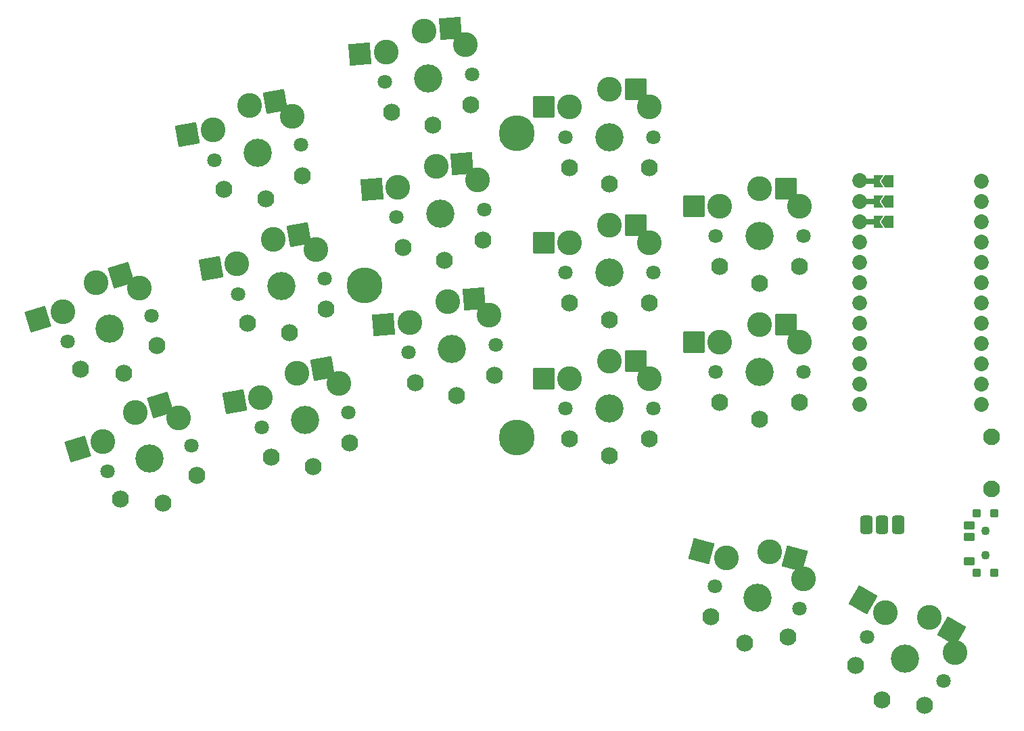
<source format=gts>
%TF.GenerationSoftware,KiCad,Pcbnew,(6.0.4)*%
%TF.CreationDate,2022-05-14T00:31:00+02:00*%
%TF.ProjectId,battoota,62617474-6f6f-4746-912e-6b696361645f,v1.0.0*%
%TF.SameCoordinates,Original*%
%TF.FileFunction,Soldermask,Top*%
%TF.FilePolarity,Negative*%
%FSLAX46Y46*%
G04 Gerber Fmt 4.6, Leading zero omitted, Abs format (unit mm)*
G04 Created by KiCad (PCBNEW (6.0.4)) date 2022-05-14 00:31:00*
%MOMM*%
%LPD*%
G01*
G04 APERTURE LIST*
G04 Aperture macros list*
%AMRoundRect*
0 Rectangle with rounded corners*
0 $1 Rounding radius*
0 $2 $3 $4 $5 $6 $7 $8 $9 X,Y pos of 4 corners*
0 Add a 4 corners polygon primitive as box body*
4,1,4,$2,$3,$4,$5,$6,$7,$8,$9,$2,$3,0*
0 Add four circle primitives for the rounded corners*
1,1,$1+$1,$2,$3*
1,1,$1+$1,$4,$5*
1,1,$1+$1,$6,$7*
1,1,$1+$1,$8,$9*
0 Add four rect primitives between the rounded corners*
20,1,$1+$1,$2,$3,$4,$5,0*
20,1,$1+$1,$4,$5,$6,$7,0*
20,1,$1+$1,$6,$7,$8,$9,0*
20,1,$1+$1,$8,$9,$2,$3,0*%
%AMFreePoly0*
4,1,16,0.535355,0.785355,0.550000,0.750000,0.550000,-0.750000,0.535355,-0.785355,0.500000,-0.800000,-0.650000,-0.800000,-0.685355,-0.785355,-0.700000,-0.750000,-0.691603,-0.722265,-0.210093,0.000000,-0.691603,0.722265,-0.699029,0.759806,-0.677735,0.791603,-0.650000,0.800000,0.500000,0.800000,0.535355,0.785355,0.535355,0.785355,$1*%
%AMFreePoly1*
4,1,16,0.535355,0.785355,0.541603,0.777735,1.041603,0.027735,1.049029,-0.009806,1.041603,-0.027735,0.541603,-0.777735,0.509806,-0.799029,0.500000,-0.800000,-0.500000,-0.800000,-0.535355,-0.785355,-0.550000,-0.750000,-0.550000,0.750000,-0.535355,0.785355,-0.500000,0.800000,0.500000,0.800000,0.535355,0.785355,0.535355,0.785355,$1*%
G04 Aperture macros list end*
%ADD10RoundRect,0.050000X-0.450000X0.450000X-0.450000X-0.450000X0.450000X-0.450000X0.450000X0.450000X0*%
%ADD11RoundRect,0.050000X-0.625000X0.450000X-0.625000X-0.450000X0.625000X-0.450000X0.625000X0.450000X0*%
%ADD12RoundRect,0.425000X-0.375000X-0.750000X0.375000X-0.750000X0.375000X0.750000X-0.375000X0.750000X0*%
%ADD13C,2.100000*%
%ADD14C,3.100000*%
%ADD15C,1.801800*%
%ADD16C,3.529000*%
%ADD17RoundRect,0.050000X-1.054507X-1.505993X1.505993X-1.054507X1.054507X1.505993X-1.505993X1.054507X0*%
%ADD18C,2.132000*%
%ADD19RoundRect,0.050000X-1.181751X-1.408356X1.408356X-1.181751X1.181751X1.408356X-1.408356X1.181751X0*%
%ADD20RoundRect,0.050000X-1.300000X-1.300000X1.300000X-1.300000X1.300000X1.300000X-1.300000X1.300000X0*%
%ADD21RoundRect,0.050000X-1.775833X-0.475833X0.475833X-1.775833X1.775833X0.475833X-0.475833X1.775833X0*%
%ADD22C,1.100000*%
%ADD23RoundRect,0.050000X-0.863113X-1.623279X1.623279X-0.863113X0.863113X1.623279X-1.623279X0.863113X0*%
%ADD24RoundRect,0.050000X-1.592168X-0.919239X0.919239X-1.592168X1.592168X0.919239X-0.919239X1.592168X0*%
%ADD25C,1.852600*%
%ADD26FreePoly0,180.000000*%
%ADD27RoundRect,0.050000X-0.762000X0.250000X-0.762000X-0.250000X0.762000X-0.250000X0.762000X0.250000X0*%
%ADD28FreePoly1,180.000000*%
%ADD29C,4.500000*%
G04 APERTURE END LIST*
D10*
%TO.C,T1*%
X161400140Y52144619D03*
X163600140Y59544619D03*
X163600140Y52144619D03*
X161400140Y59544619D03*
D11*
X160425140Y53594619D03*
X160425140Y56594619D03*
X160425140Y58094619D03*
%TD*%
D12*
%TO.C,PAD1*%
X151545396Y58163682D03*
X149545396Y58163682D03*
X147545396Y58163682D03*
%TD*%
D13*
%TO.C,B1*%
X163203191Y69152519D03*
X163203191Y62652519D03*
%TD*%
D14*
%TO.C,S11*%
X75659968Y109306337D03*
X70353903Y110604673D03*
X70353903Y110604673D03*
D15*
X65970667Y103790002D03*
D14*
X65811891Y107569855D03*
D16*
X71387110Y104745067D03*
D15*
X76803553Y105700132D03*
D17*
X73579149Y111173371D03*
X62586645Y107001157D03*
%TD*%
D15*
%TO.C,S34*%
X157191785Y38610213D03*
D16*
X152428645Y41360213D03*
D15*
X147665505Y44110213D03*
D18*
X146198518Y40569316D03*
X154858772Y35569316D03*
X149478645Y36250663D03*
X149478645Y36250663D03*
%TD*%
D16*
%TO.C,S15*%
X94221643Y97114167D03*
D15*
X99700714Y97593524D03*
D14*
X98875782Y101285676D03*
X93703066Y103041525D03*
X93703066Y103041525D03*
X88913835Y100414118D03*
D15*
X88742572Y96634810D03*
D19*
X96965604Y103326961D03*
X85651298Y100128683D03*
%TD*%
D14*
%TO.C,S21*%
X115411087Y95636017D03*
D15*
X109911087Y89686017D03*
D14*
X115411087Y95636017D03*
X120411087Y93436017D03*
D15*
X120911087Y89686017D03*
D14*
X110411087Y93436017D03*
D16*
X115411087Y89686017D03*
D20*
X118686087Y95636017D03*
X107136087Y93436017D03*
%TD*%
D15*
%TO.C,S8*%
X71874705Y70306538D03*
X82707591Y72216668D03*
D16*
X77291148Y71261603D03*
D18*
X73026972Y66651093D03*
X82875050Y68387574D03*
X78315672Y65451237D03*
X78315672Y65451237D03*
%TD*%
D16*
%TO.C,S14*%
X95703291Y80178857D03*
D15*
X101182362Y80658214D03*
X90224220Y79699500D03*
D18*
X91053509Y75957538D03*
X101015456Y76829096D03*
X96217510Y74301308D03*
X96217510Y74301308D03*
%TD*%
D16*
%TO.C,S20*%
X115411087Y72686017D03*
D15*
X109911087Y72686017D03*
X120911087Y72686017D03*
D18*
X120411087Y68886017D03*
X110411087Y68886017D03*
X115411087Y66786017D03*
X115411087Y66786017D03*
%TD*%
D15*
%TO.C,S28*%
X128718280Y77278852D03*
X139718280Y77278852D03*
D16*
X134218280Y77278852D03*
D18*
X129218280Y73478852D03*
X139218280Y73478852D03*
X134218280Y71378852D03*
X134218280Y71378852D03*
%TD*%
D14*
%TO.C,S29*%
X134218280Y100228852D03*
X134218280Y100228852D03*
D15*
X139718280Y94278852D03*
D16*
X134218280Y94278852D03*
D14*
X139218280Y98028852D03*
X129218280Y98028852D03*
D15*
X128718280Y94278852D03*
D20*
X137493280Y100228852D03*
X125943280Y98028852D03*
%TD*%
D16*
%TO.C,S33*%
X152428645Y41360213D03*
D14*
X155403645Y46513064D03*
X149973518Y47107808D03*
D15*
X147665505Y44110213D03*
D14*
X155403645Y46513064D03*
X158633772Y42107808D03*
D15*
X157191785Y38610213D03*
D21*
X158239878Y44875564D03*
X147137285Y48745308D03*
%TD*%
D14*
%TO.C,S7*%
X71715929Y74086391D03*
X81564006Y75822873D03*
X76257941Y77121209D03*
D15*
X71874705Y70306538D03*
D14*
X76257941Y77121209D03*
D15*
X82707591Y72216668D03*
D16*
X77291148Y71261603D03*
D17*
X79483187Y77689907D03*
X68490683Y73517693D03*
%TD*%
D22*
%TO.C,T2*%
X162500140Y57344619D03*
X162500140Y54344619D03*
%TD*%
D16*
%TO.C,S5*%
X52842259Y82729963D03*
D15*
X58101935Y84338007D03*
D14*
X51102647Y88419976D03*
X51102647Y88419976D03*
D15*
X47582583Y81121919D03*
D14*
X46964341Y84854247D03*
X56527389Y87777964D03*
D23*
X54234545Y89377494D03*
X43832443Y83896730D03*
%TD*%
D14*
%TO.C,S27*%
X129218280Y81028852D03*
D15*
X139718280Y77278852D03*
D16*
X134218280Y77278852D03*
D14*
X139218280Y81028852D03*
X134218280Y83228852D03*
X134218280Y83228852D03*
D15*
X128718280Y77278852D03*
D20*
X137493280Y83228852D03*
X125943280Y81028852D03*
%TD*%
D14*
%TO.C,S9*%
X68763910Y90828123D03*
D16*
X74339129Y88003335D03*
D14*
X73305922Y93862941D03*
X78611987Y92564605D03*
D15*
X68922686Y87048270D03*
D14*
X73305922Y93862941D03*
D15*
X79755572Y88958400D03*
D17*
X76531168Y94431639D03*
X65538664Y90259425D03*
%TD*%
D15*
%TO.C,S16*%
X99700714Y97593524D03*
D16*
X94221643Y97114167D03*
D15*
X88742572Y96634810D03*
D18*
X99533808Y93764406D03*
X89571861Y92892848D03*
X94735862Y91236618D03*
X94735862Y91236618D03*
%TD*%
D15*
%TO.C,S30*%
X139718280Y94278852D03*
X128718280Y94278852D03*
D16*
X134218280Y94278852D03*
D18*
X139218280Y90478852D03*
X129218280Y90478852D03*
X134218280Y88378852D03*
X134218280Y88378852D03*
%TD*%
D15*
%TO.C,S13*%
X90224220Y79699500D03*
X101182362Y80658214D03*
D16*
X95703291Y80178857D03*
D14*
X95184714Y86106215D03*
X100357430Y84350366D03*
X95184714Y86106215D03*
X90395483Y83478808D03*
D19*
X98447252Y86391651D03*
X87132946Y83193373D03*
%TD*%
D15*
%TO.C,S24*%
X109911087Y106686017D03*
X120911087Y106686017D03*
D16*
X115411087Y106686017D03*
D18*
X110411087Y102886017D03*
X120411087Y102886017D03*
X115411087Y100786017D03*
X115411087Y100786017D03*
%TD*%
D15*
%TO.C,S17*%
X87260925Y113570120D03*
D16*
X92739996Y114049477D03*
D15*
X98219067Y114528834D03*
D14*
X87432188Y117349428D03*
X97394135Y118220986D03*
X92221419Y119976835D03*
X92221419Y119976835D03*
D19*
X95483957Y120262271D03*
X84169651Y117063993D03*
%TD*%
D15*
%TO.C,S4*%
X52552902Y64864738D03*
X63072254Y68080826D03*
D16*
X57812578Y66472782D03*
D18*
X54142067Y61376965D03*
X63705114Y64300682D03*
X59537571Y60830584D03*
X59537571Y60830584D03*
%TD*%
D15*
%TO.C,S10*%
X79755572Y88958400D03*
X68922686Y87048270D03*
D16*
X74339129Y88003335D03*
D18*
X70074953Y83392825D03*
X79923031Y85129306D03*
X75363653Y82192969D03*
X75363653Y82192969D03*
%TD*%
D15*
%TO.C,S22*%
X109911087Y89686017D03*
X120911087Y89686017D03*
D16*
X115411087Y89686017D03*
D18*
X110411087Y85886017D03*
X120411087Y85886017D03*
X115411087Y83786017D03*
X115411087Y83786017D03*
%TD*%
D16*
%TO.C,S31*%
X133891046Y49038738D03*
D15*
X128578454Y50462243D03*
D14*
X135431019Y54785997D03*
X139691247Y51366865D03*
X135431019Y54785997D03*
X130031988Y53955055D03*
D15*
X139203638Y47615233D03*
D24*
X138594426Y53938364D03*
X126868581Y54802687D03*
%TD*%
D25*
%TO.C,MCU1*%
X161977213Y98602542D03*
D26*
X148993690Y98602542D03*
X148993690Y101142542D03*
D27*
X148068690Y96062542D03*
D25*
X161977213Y96062542D03*
X146737213Y96062542D03*
D27*
X148068690Y101142542D03*
D26*
X148993690Y96062542D03*
D27*
X148068690Y98602542D03*
D25*
X146737213Y101226288D03*
X161977213Y101142542D03*
X146737213Y98602542D03*
D28*
X150443690Y101142542D03*
X150443690Y98602542D03*
X150443690Y96062542D03*
D25*
X146737213Y93522542D03*
X146737213Y90982542D03*
X146737213Y88442542D03*
X146737213Y85902542D03*
X146737213Y83362542D03*
X146737213Y80822542D03*
X146737213Y78282542D03*
X146737213Y75742542D03*
X146737213Y73202542D03*
X161977213Y93522542D03*
X161977213Y90982542D03*
X161977213Y88442542D03*
X161977213Y85902542D03*
X161977213Y83362542D03*
X161977213Y80822542D03*
X161977213Y78282542D03*
X161977213Y75742542D03*
X161977213Y73202542D03*
%TD*%
D15*
%TO.C,S3*%
X52552902Y64864738D03*
D14*
X51934660Y68597066D03*
D16*
X57812578Y66472782D03*
D14*
X61497708Y71520783D03*
X56072966Y72162795D03*
X56072966Y72162795D03*
D15*
X63072254Y68080826D03*
D23*
X59204864Y73120313D03*
X48802762Y67639549D03*
%TD*%
D15*
%TO.C,S32*%
X139203638Y47615233D03*
D16*
X133891046Y49038738D03*
D15*
X128578454Y50462243D03*
D18*
X137737163Y44074125D03*
X128077904Y46662315D03*
X132364014Y43339776D03*
X132364014Y43339776D03*
%TD*%
D29*
%TO.C,REF\u002A\u002A*%
X84747220Y88141427D03*
X103797220Y69091427D03*
X103797220Y107191427D03*
%TD*%
D16*
%TO.C,S12*%
X71387110Y104745067D03*
D15*
X65970667Y103790002D03*
X76803553Y105700132D03*
D18*
X76971012Y101871038D03*
X67122934Y100134557D03*
X72411634Y98934701D03*
X72411634Y98934701D03*
%TD*%
D16*
%TO.C,S23*%
X115411087Y106686017D03*
D15*
X120911087Y106686017D03*
D14*
X115411087Y112636017D03*
X115411087Y112636017D03*
X110411087Y110436017D03*
X120411087Y110436017D03*
D15*
X109911087Y106686017D03*
D20*
X118686087Y112636017D03*
X107136087Y110436017D03*
%TD*%
D15*
%TO.C,S6*%
X47582583Y81121919D03*
X58101935Y84338007D03*
D16*
X52842259Y82729963D03*
D18*
X49171748Y77634146D03*
X58734795Y80557863D03*
X54567252Y77087765D03*
X54567252Y77087765D03*
%TD*%
D16*
%TO.C,S19*%
X115411087Y72686017D03*
D14*
X115411087Y78636017D03*
X110411087Y76436017D03*
D15*
X120911087Y72686017D03*
X109911087Y72686017D03*
D14*
X120411087Y76436017D03*
X115411087Y78636017D03*
D20*
X118686087Y78636017D03*
X107136087Y76436017D03*
%TD*%
D15*
%TO.C,S18*%
X98219067Y114528834D03*
D16*
X92739996Y114049477D03*
D15*
X87260925Y113570120D03*
D18*
X88090214Y109828158D03*
X98052161Y110699716D03*
X93254215Y108171928D03*
X93254215Y108171928D03*
%TD*%
M02*

</source>
